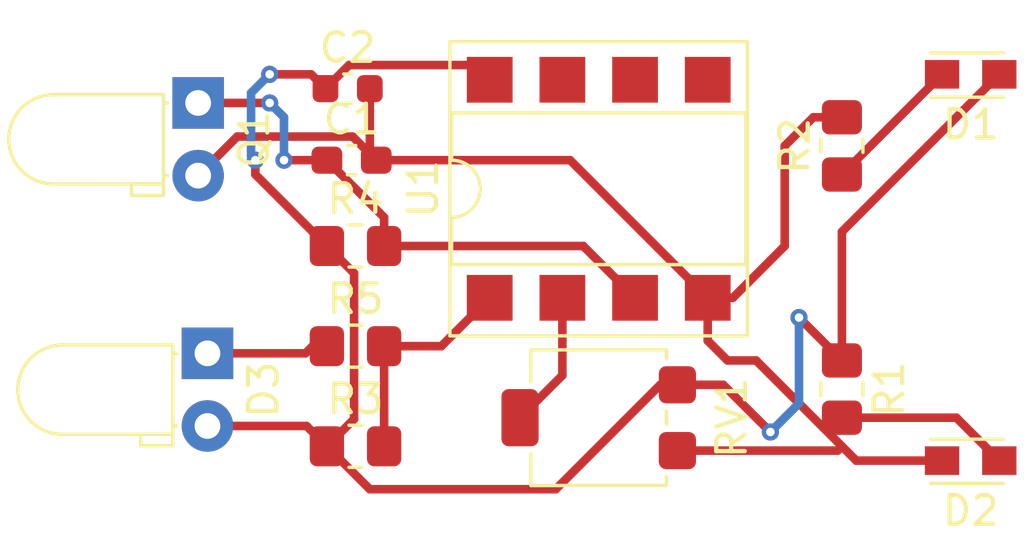
<source format=kicad_pcb>
(kicad_pcb (version 20240108) (generator "pcbnew") (generator_version "8.0")
  (layers (0 "F.Cu" signal) (31 "B.Cu" signal) (34 "B.Paste" user) (35 "F.Paste" user) (36 "B.SilkS" user "B.Silkscreen") (37 "F.SilkS" user "F.Silkscreen") (38 "B.Mask" user) (39 "F.Mask" user) (44 "Edge.Cuts" user))
  (net 0 "")
  (net 1 "Earth")
  (net 2 "VCC")
  (net 3 "Net-(D1-K)")
  (net 4 "Net-(D2-A)")
  (net 5 "Net-(D3-K)")
  (net 6 "Net-(R3-Pad2)")
  (net 7 "+N")
  (net 8 "-N")
  (footprint "Resistor_SMD:R_0805_2012Metric_Pad1.20x1.40mm_HandSolder" (layer "F.Cu") (at 126.5 92)
    (property "Reference" "R3" (at 0 -1.65 0) (layer "F.SilkS"))
    (property "Value" "10k")
    (fp_line (start -0.227064 -0.735) (end 0.227064 -0.735) (stroke (width 0.12)) (layer "F.SilkS"))
    (fp_line (start -0.227064 0.735) (end 0.227064 0.735) (stroke (width 0.12)) (layer "F.SilkS"))
    (pad "1" smd roundrect (at -1 0) (size 1.2 1.4) (layers "F.Cu" "F.Paste" "F.Mask") (roundrect_rratio 0.208333) (net 2 "VCC"))
    (pad "2" smd roundrect (at 1 0) (size 1.2 1.4) (layers "F.Cu" "F.Paste" "F.Mask") (roundrect_rratio 0.208333) (net 6 "Net-(R3-Pad2)"))
  )
  (footprint "LED_THT:LED_D3.0mm_Horizontal_O1.27mm_Z2.0mm_Clear" (layer "F.Cu") (at 121.325 88.75 -90)
    (property "Reference" "D3" (at 1.27 -1.96 90) (layer "F.SilkS"))
    (property "Value" "LED")
    (fp_line (start 2.83 2.33) (end 2.83 1.21) (stroke (width 0.12)) (layer "F.SilkS"))
    (fp_line (start 3.23 2.33) (end 2.83 2.33) (stroke (width 0.12)) (layer "F.SilkS"))
    (fp_line (start -0.29 1.21) (end -0.29 5.07) (stroke (width 0.12)) (layer "F.SilkS"))
    (fp_line (start -0.29 1.21) (end 2.83 1.21) (stroke (width 0.12)) (layer "F.SilkS"))
    (fp_line (start 0 1.21) (end 0 1.21) (stroke (width 0.12)) (layer "F.SilkS"))
    (fp_line (start 0 1.21) (end 0 1.08) (stroke (width 0.12)) (layer "F.SilkS"))
    (fp_line (start 2.54 1.21) (end 2.54 1.21) (stroke (width 0.12)) (layer "F.SilkS"))
    (fp_line (start 2.54 1.21) (end 2.54 1.08) (stroke (width 0.12)) (layer "F.SilkS"))
    (fp_line (start 2.83 1.21) (end 2.83 5.07) (stroke (width 0.12)) (layer "F.SilkS"))
    (fp_line (start 2.83 1.21) (end 3.23 1.21) (stroke (width 0.12)) (layer "F.SilkS"))
    (fp_line (start 3.23 1.21) (end 3.23 2.33) (stroke (width 0.12)) (layer "F.SilkS"))
    (fp_line (start 0 1.08) (end 0 1.21) (stroke (width 0.12)) (layer "F.SilkS"))
    (fp_line (start 0 1.08) (end 0 1.08) (stroke (width 0.12)) (layer "F.SilkS"))
    (fp_line (start 2.54 1.08) (end 2.54 1.21) (stroke (width 0.12)) (layer "F.SilkS"))
    (fp_line (start 2.54 1.08) (end 2.54 1.08) (stroke (width 0.12)) (layer "F.SilkS"))
    (fp_arc (start 2.83 5.07) (mid 1.27 6.63) (end -0.29 5.07) (stroke (width 0.12)) (layer "F.SilkS"))
    (pad "1" thru_hole rect (at 0 0 270) (size 1.8 1.8) (drill 0.9) (layers "*.Cu" "*.Mask") (net 5 "Net-(D3-K)"))
    (pad "2" thru_hole circle (at 2.54 0 270) (size 1.8 1.8) (drill 0.9) (layers "*.Cu" "*.Mask") (net 2 "VCC"))
  )
  (footprint "LED_SMD:LED_miniPLCC_2315_Handsoldering" (layer "F.Cu") (at 148 79)
    (property "Reference" "D1" (at 0 1.75 0) (layer "F.SilkS"))
    (property "Value" "LED")
    (fp_line (start -1.4 0.8) (end 1.15 0.8) (stroke (width 0.12)) (layer "F.SilkS"))
    (fp_line (start 1.15 -0.75) (end -1.4 -0.75) (stroke (width 0.12)) (layer "F.SilkS"))
    (pad "1" smd rect (at -1 0 180) (size 1.2 1) (layers "F.Cu" "F.Paste" "F.Mask") (net 3 "Net-(D1-K)"))
    (pad "2" smd rect (at 1 0 180) (size 1.2 1) (layers "F.Cu" "F.Paste" "F.Mask") (net 2 "VCC"))
  )
  (footprint "Resistor_SMD:R_0805_2012Metric_Pad1.20x1.40mm_HandSolder" (layer "F.Cu") (at 143.5 90 -90)
    (property "Reference" "R1" (at 0 -1.65 90) (layer "F.SilkS"))
    (property "Value" "100")
    (fp_line (start -0.227064 0.735) (end 0.227064 0.735) (stroke (width 0.12)) (layer "F.SilkS"))
    (fp_line (start -0.227064 -0.735) (end 0.227064 -0.735) (stroke (width 0.12)) (layer "F.SilkS"))
    (pad "1" smd roundrect (at -1 0 270) (size 1.2 1.4) (layers "F.Cu" "F.Paste" "F.Mask") (roundrect_rratio 0.208333) (net 2 "VCC"))
    (pad "2" smd roundrect (at 1 0 270) (size 1.2 1.4) (layers "F.Cu" "F.Paste" "F.Mask") (roundrect_rratio 0.208333) (net 4 "Net-(D2-A)"))
  )
  (footprint "Resistor_SMD:R_0805_2012Metric_Pad1.20x1.40mm_HandSolder" (layer "F.Cu") (at 126.5 88.5)
    (property "Reference" "R5" (at 0 -1.65 0) (layer "F.SilkS"))
    (property "Value" "1k")
    (fp_line (start -0.227064 -0.735) (end 0.227064 -0.735) (stroke (width 0.12)) (layer "F.SilkS"))
    (fp_line (start -0.227064 0.735) (end 0.227064 0.735) (stroke (width 0.12)) (layer "F.SilkS"))
    (pad "1" smd roundrect (at -1 0) (size 1.2 1.4) (layers "F.Cu" "F.Paste" "F.Mask") (roundrect_rratio 0.208333) (net 5 "Net-(D3-K)"))
    (pad "2" smd roundrect (at 1 0) (size 1.2 1.4) (layers "F.Cu" "F.Paste" "F.Mask") (roundrect_rratio 0.208333) (net 6 "Net-(R3-Pad2)"))
  )
  (footprint "Resistor_SMD:R_0805_2012Metric_Pad1.20x1.40mm_HandSolder" (layer "F.Cu") (at 143.5 81.5 90)
    (property "Reference" "R2" (at 0 -1.65 90) (layer "F.SilkS"))
    (property "Value" "1k")
    (fp_line (start -0.227064 -0.735) (end 0.227064 -0.735) (stroke (width 0.12)) (layer "F.SilkS"))
    (fp_line (start -0.227064 0.735) (end 0.227064 0.735) (stroke (width 0.12)) (layer "F.SilkS"))
    (pad "1" smd roundrect (at -1 0 90) (size 1.2 1.4) (layers "F.Cu" "F.Paste" "F.Mask") (roundrect_rratio 0.208333) (net 3 "Net-(D1-K)"))
    (pad "2" smd roundrect (at 1 0 90) (size 1.2 1.4) (layers "F.Cu" "F.Paste" "F.Mask") (roundrect_rratio 0.208333) (net 1 "Earth"))
  )
  (footprint "Potentiometer_SMD:Potentiometer_Bourns_3314G_Vertical" (layer "F.Cu") (at 135 91 -90)
    (property "Reference" "RV1" (at 0 -4.65 90) (layer "F.SilkS"))
    (property "Value" "R_Potentiometer")
    (fp_line (start -2.37 2.37) (end -1.26 2.37) (stroke (width 0.12)) (layer "F.SilkS"))
    (fp_line (start 1.26 2.37) (end 2.37 2.37) (stroke (width 0.12)) (layer "F.SilkS"))
    (fp_line (start -2.37 -2.37) (end -2.37 2.37) (stroke (width 0.12)) (layer "F.SilkS"))
    (fp_line (start -2.37 -2.37) (end -2.06 -2.37) (stroke (width 0.12)) (layer "F.SilkS"))
    (fp_line (start -0.24 -2.37) (end 0.24 -2.37) (stroke (width 0.12)) (layer "F.SilkS"))
    (fp_line (start 2.06 -2.37) (end 2.37 -2.37) (stroke (width 0.12)) (layer "F.SilkS"))
    (fp_line (start 2.37 -2.37) (end 2.37 2.37) (stroke (width 0.12)) (layer "F.SilkS"))
    (pad "1" smd roundrect (at -1.15 -2.75 270) (size 1.3 1.3) (layers "F.Cu" "F.Paste" "F.Mask") (roundrect_rratio 0.1923076923) (net 2 "VCC"))
    (pad "2" smd roundrect (at 0 2.75 270) (size 2 1.3) (layers "F.Cu" "F.Paste" "F.Mask") (roundrect_rratio 0.1923076923) (net 8 "-N"))
    (pad "3" smd roundrect (at 1.15 -2.75 270) (size 1.3 1.3) (layers "F.Cu" "F.Paste" "F.Mask") (roundrect_rratio 0.1923076923) (net 1 "Earth"))
  )
  (footprint "LED_THT:LED_D3.0mm_Horizontal_O1.27mm_Z2.0mm_IRBlack" (layer "F.Cu") (at 121 80 -90)
    (property "Reference" "Q1" (at 1.27 -1.96 90) (layer "F.SilkS"))
    (property "Value" "BPW40")
    (fp_line (start 2.83 2.33) (end 2.83 1.21) (stroke (width 0.12)) (layer "F.SilkS"))
    (fp_line (start 3.23 2.33) (end 2.83 2.33) (stroke (width 0.12)) (layer "F.SilkS"))
    (fp_line (start -0.29 1.21) (end -0.29 5.07) (stroke (width 0.12)) (layer "F.SilkS"))
    (fp_line (start -0.29 1.21) (end 2.83 1.21) (stroke (width 0.12)) (layer "F.SilkS"))
    (fp_line (start 0 1.21) (end 0 1.21) (stroke (width 0.12)) (layer "F.SilkS"))
    (fp_line (start 0 1.21) (end 0 1.08) (stroke (width 0.12)) (layer "F.SilkS"))
    (fp_line (start 2.54 1.21) (end 2.54 1.21) (stroke (width 0.12)) (layer "F.SilkS"))
    (fp_line (start 2.54 1.21) (end 2.54 1.08) (stroke (width 0.12)) (layer "F.SilkS"))
    (fp_line (start 2.83 1.21) (end 2.83 5.07) (stroke (width 0.12)) (layer "F.SilkS"))
    (fp_line (start 2.83 1.21) (end 3.23 1.21) (stroke (width 0.12)) (layer "F.SilkS"))
    (fp_line (start 3.23 1.21) (end 3.23 2.33) (stroke (width 0.12)) (layer "F.SilkS"))
    (fp_line (start 0 1.08) (end 0 1.21) (stroke (width 0.12)) (layer "F.SilkS"))
    (fp_line (start 0 1.08) (end 0 1.08) (stroke (width 0.12)) (layer "F.SilkS"))
    (fp_line (start 2.54 1.08) (end 2.54 1.21) (stroke (width 0.12)) (layer "F.SilkS"))
    (fp_line (start 2.54 1.08) (end 2.54 1.08) (stroke (width 0.12)) (layer "F.SilkS"))
    (fp_arc (start 2.83 5.07) (mid 1.27 6.63) (end -0.29 5.07) (stroke (width 0.12)) (layer "F.SilkS"))
    (pad "1" thru_hole rect (at 0 0 270) (size 1.8 1.8) (drill 0.9) (layers "*.Cu" "*.Mask") (net 7 "+N"))
    (pad "2" thru_hole circle (at 2.54 0 270) (size 1.8 1.8) (drill 0.9) (layers "*.Cu" "*.Mask") (net 1 "Earth"))
  )
  (footprint "Package_DIP:DIP-8_W7.62mm_SMDSocket_SmallPads" (layer "F.Cu") (at 135 83 90)
    (property "Reference" "U1" (at 0 -6.14 270) (layer "F.SilkS"))
    (property "Value" "LM393")
    (fp_line (start 5.14 -5.2) (end -5.14 -5.2) (stroke (width 0.12)) (layer "F.SilkS"))
    (fp_line (start -5.14 -5.2) (end -5.14 5.2) (stroke (width 0.12)) (layer "F.SilkS"))
    (fp_line (start 2.65 -5.14) (end 1 -5.14) (stroke (width 0.12)) (layer "F.SilkS"))
    (fp_line (start -1 -5.14) (end -2.65 -5.14) (stroke (width 0.12)) (layer "F.SilkS"))
    (fp_line (start -2.65 -5.14) (end -2.65 5.14) (stroke (width 0.12)) (layer "F.SilkS"))
    (fp_line (start 2.65 5.14) (end 2.65 -5.14) (stroke (width 0.12)) (layer "F.SilkS"))
    (fp_line (start -2.65 5.14) (end 2.65 5.14) (stroke (width 0.12)) (layer "F.SilkS"))
    (fp_line (start 5.14 5.2) (end 5.14 -5.2) (stroke (width 0.12)) (layer "F.SilkS"))
    (fp_line (start -5.14 5.2) (end 5.14 5.2) (stroke (width 0.12)) (layer "F.SilkS"))
    (fp_arc (start 1 -5.14) (mid 0 -4.14) (end -1 -5.14) (stroke (width 0.12)) (layer "F.SilkS"))
    (pad "1" smd rect (at -3.81 -3.81 90) (size 1.6 1.6) (layers "F.Cu" "F.Paste" "F.Mask") (net 6 "Net-(R3-Pad2)"))
    (pad "2" smd rect (at -3.81 -1.27 90) (size 1.6 1.6) (layers "F.Cu" "F.Paste" "F.Mask") (net 8 "-N"))
    (pad "3" smd rect (at -3.81 1.27 90) (size 1.6 1.6) (layers "F.Cu" "F.Paste" "F.Mask") (net 7 "+N"))
    (pad "4" smd rect (at -3.81 3.81 90) (size 1.6 1.6) (layers "F.Cu" "F.Paste" "F.Mask") (net 1 "Earth"))
    (pad "5" smd rect (at 3.81 3.81 90) (size 1.6 1.6) (layers "F.Cu" "F.Paste" "F.Mask"))
    (pad "6" smd rect (at 3.81 1.27 90) (size 1.6 1.6) (layers "F.Cu" "F.Paste" "F.Mask"))
    (pad "7" smd rect (at 3.81 -1.27 90) (size 1.6 1.6) (layers "F.Cu" "F.Paste" "F.Mask"))
    (pad "8" smd rect (at 3.81 -3.81 90) (size 1.6 1.6) (layers "F.Cu" "F.Paste" "F.Mask") (net 2 "VCC"))
  )
  (footprint "LED_SMD:LED_miniPLCC_2315_Handsoldering" (layer "F.Cu") (at 148 92.5)
    (property "Reference" "D2" (at 0 1.75 0) (layer "F.SilkS"))
    (property "Value" "LED")
    (fp_line (start -1.4 0.8) (end 1.15 0.8) (stroke (width 0.12)) (layer "F.SilkS"))
    (fp_line (start 1.15 -0.75) (end -1.4 -0.75) (stroke (width 0.12)) (layer "F.SilkS"))
    (pad "1" smd rect (at -1 0 180) (size 1.2 1) (layers "F.Cu" "F.Paste" "F.Mask") (net 1 "Earth"))
    (pad "2" smd rect (at 1 0 180) (size 1.2 1) (layers "F.Cu" "F.Paste" "F.Mask") (net 4 "Net-(D2-A)"))
  )
  (footprint "Resistor_SMD:R_0805_2012Metric_Pad1.20x1.40mm_HandSolder" (layer "F.Cu") (at 126.5 85)
    (property "Reference" "R4" (at 0 -1.65 0) (layer "F.SilkS"))
    (property "Value" "10k")
    (fp_line (start -0.227064 -0.735) (end 0.227064 -0.735) (stroke (width 0.12)) (layer "F.SilkS"))
    (fp_line (start -0.227064 0.735) (end 0.227064 0.735) (stroke (width 0.12)) (layer "F.SilkS"))
    (pad "1" smd roundrect (at -1 0) (size 1.2 1.4) (layers "F.Cu" "F.Paste" "F.Mask") (roundrect_rratio 0.208333) (net 2 "VCC"))
    (pad "2" smd roundrect (at 1 0) (size 1.2 1.4) (layers "F.Cu" "F.Paste" "F.Mask") (roundrect_rratio 0.208333) (net 7 "+N"))
  )
  (footprint "Capacitor_SMD:C_0603_1608Metric_Pad1.08x0.95mm_HandSolder" (layer "F.Cu") (at 126.3625 82)
    (property "Reference" "C1" (at 0 -1.43 0) (layer "F.SilkS"))
    (property "Value" "0.1u")
    (fp_line (start -0.146267 -0.51) (end 0.146267 -0.51) (stroke (width 0.12)) (layer "F.SilkS"))
    (fp_line (start -0.146267 0.51) (end 0.146267 0.51) (stroke (width 0.12)) (layer "F.SilkS"))
    (pad "1" smd roundrect (at -0.8625 0) (size 1.075 0.95) (layers "F.Cu" "F.Paste" "F.Mask") (net 7 "+N"))
    (pad "2" smd roundrect (at 0.8625 0) (size 1.075 0.95) (layers "F.Cu" "F.Paste" "F.Mask") (net 1 "Earth"))
  )
  (footprint "Capacitor_SMD:C_0603_1608Metric" (layer "F.Cu") (at 126.225 79.5)
    (property "Reference" "C2" (at 0 -1.43 0) (layer "F.SilkS"))
    (property "Value" "0.1u")
    (fp_line (start -0.14058 -0.51) (end 0.14058 -0.51) (stroke (width 0.12)) (layer "F.SilkS"))
    (fp_line (start -0.14058 0.51) (end 0.14058 0.51) (stroke (width 0.12)) (layer "F.SilkS"))
    (pad "1" smd roundrect (at -0.775 0) (size 0.9 0.95) (layers "F.Cu" "F.Paste" "F.Mask") (net 2 "VCC"))
    (pad "2" smd roundrect (at 0.775 0) (size 0.9 0.95) (layers "F.Cu" "F.Paste" "F.Mask") (net 1 "Earth"))
  )
  (segment (start 134 82) (end 127.225 82) (width 0.3) (layer "F.Cu") (net 1))
  (segment (start 140.5 89) (end 139.5 89) (width 0.3) (layer "F.Cu") (net 1))
  (segment (start 127 81.775) (end 127.225 82) (width 0.3) (layer "F.Cu") (net 1))
  (segment (start 143.5 80.5) (end 142.5 80.5) (width 0.3) (layer "F.Cu") (net 1))
  (segment (start 127 79.5) (end 127 81.775) (width 0.3) (layer "F.Cu") (net 1))
  (segment (start 126.4 81.175) (end 122.365 81.175) (width 0.3) (layer "F.Cu") (net 1))
  (segment (start 142.5 80.5) (end 141.5 81.5) (width 0.3) (layer "F.Cu") (net 1))
  (segment (start 127.225 82) (end 126.4 81.175) (width 0.3) (layer "F.Cu") (net 1))
  (segment (start 141.5 85) (end 139.69 86.81) (width 0.3) (layer "F.Cu") (net 1))
  (segment (start 137.75 92.15) (end 143.35 92.15) (width 0.3) (layer "F.Cu") (net 1))
  (segment (start 122.365 81.175) (end 121 82.54) (width 0.3) (layer "F.Cu") (net 1))
  (segment (start 141.5 81.5) (end 141.5 85) (width 0.3) (layer "F.Cu") (net 1))
  (segment (start 144 92.5) (end 143.5 92) (width 0.3) (layer "F.Cu") (net 1))
  (segment (start 147 92.5) (end 144 92.5) (width 0.3) (layer "F.Cu") (net 1))
  (segment (start 143.5 92) (end 140.5 89) (width 0.3) (layer "F.Cu") (net 1))
  (segment (start 143.35 92.15) (end 143.5 92) (width 0.3) (layer "F.Cu") (net 1))
  (segment (start 138.81 88.31) (end 138.81 86.81) (width 0.3) (layer "F.Cu") (net 1))
  (segment (start 139.5 89) (end 138.81 88.31) (width 0.3) (layer "F.Cu") (net 1))
  (segment (start 138.81 86.81) (end 134 82) (width 0.3) (layer "F.Cu") (net 1))
  (segment (start 139.69 86.81) (end 138.81 86.81) (width 0.3) (layer "F.Cu") (net 1))
  (segment (start 141 91.5) (end 139.35 89.85) (width 0.3) (layer "F.Cu") (net 2))
  (segment (start 133.5 93.5) (end 127 93.5) (width 0.3) (layer "F.Cu") (net 2))
  (segment (start 143.5 89) (end 143.5 84.5) (width 0.3) (layer "F.Cu") (net 2))
  (segment (start 126.45 85.95) (end 125.5 85) (width 0.3) (layer "F.Cu") (net 2))
  (segment (start 123 82.5) (end 123 82) (width 0.3) (layer "F.Cu") (net 2))
  (segment (start 137.15 89.85) (end 133.5 93.5) (width 0.3) (layer "F.Cu") (net 2))
  (segment (start 124.95 79) (end 125.45 79.5) (width 0.3) (layer "F.Cu") (net 2))
  (segment (start 125.5 85) (end 123 82.5) (width 0.3) (layer "F.Cu") (net 2))
  (segment (start 127 93.5) (end 125.5 92) (width 0.3) (layer "F.Cu") (net 2))
  (segment (start 125.45 79.5) (end 126.275 78.675) (width 0.3) (layer "F.Cu") (net 2))
  (segment (start 126.275 78.675) (end 130.675 78.675) (width 0.3) (layer "F.Cu") (net 2))
  (segment (start 125.5 92) (end 126.45 91.05) (width 0.3) (layer "F.Cu") (net 2))
  (segment (start 143.5 84.5) (end 149 79) (width 0.3) (layer "F.Cu") (net 2))
  (segment (start 130.675 78.675) (end 131.19 79.19) (width 0.3) (layer "F.Cu") (net 2))
  (segment (start 121.325 91.29) (end 124.79 91.29) (width 0.3) (layer "F.Cu") (net 2))
  (segment (start 126.45 91.05) (end 126.45 85.95) (width 0.3) (layer "F.Cu") (net 2))
  (segment (start 124.79 91.29) (end 125.5 92) (width 0.3) (layer "F.Cu") (net 2))
  (segment (start 143.5 89) (end 142 87.5) (width 0.3) (layer "F.Cu") (net 2))
  (segment (start 137.75 89.85) (end 137.15 89.85) (width 0.3) (layer "F.Cu") (net 2))
  (segment (start 139.35 89.85) (end 137.75 89.85) (width 0.3) (layer "F.Cu") (net 2))
  (segment (start 123.5 79) (end 124.95 79) (width 0.3) (layer "F.Cu") (net 2))
  (via (at 123.5 79) (size 0.6) (drill 0.3) (layers "F.Cu" "B.Cu") (net 2))
  (via (at 123 82) (size 0.6) (drill 0.3) (layers "F.Cu" "B.Cu") (net 2))
  (via (at 141 91.5) (size 0.6) (drill 0.3) (layers "F.Cu" "B.Cu") (net 2))
  (via (at 142 87.5) (size 0.6) (drill 0.3) (layers "F.Cu" "B.Cu") (net 2))
  (segment (start 123 82) (end 122.85 81.85) (width 0.3) (layer "B.Cu") (net 2))
  (segment (start 142 87.5) (end 142 90.5) (width 0.3) (layer "B.Cu") (net 2))
  (segment (start 122.85 79.65) (end 123.5 79) (width 0.3) (layer "B.Cu") (net 2))
  (segment (start 122.85 81.85) (end 122.85 79.65) (width 0.3) (layer "B.Cu") (net 2))
  (segment (start 142 90.5) (end 141 91.5) (width 0.3) (layer "B.Cu") (net 2))
  (segment (start 147 79) (end 143.5 82.5) (width 0.3) (layer "F.Cu") (net 3))
  (segment (start 147.5 91) (end 143.5 91) (width 0.3) (layer "F.Cu") (net 4))
  (segment (start 149 92.5) (end 147.5 91) (width 0.3) (layer "F.Cu") (net 4))
  (segment (start 124.75 88.75) (end 121.325 88.75) (width 0.3) (layer "F.Cu") (net 5))
  (segment (start 125 88.5) (end 124.75 88.75) (width 0.3) (layer "F.Cu") (net 5))
  (segment (start 125.5 88.5) (end 125 88.5) (width 0.3) (layer "F.Cu") (net 5))
  (segment (start 129.5 88.5) (end 131.19 86.81) (width 0.3) (layer "F.Cu") (net 6))
  (segment (start 127.5 88.5) (end 129.5 88.5) (width 0.3) (layer "F.Cu") (net 6))
  (segment (start 127.5 92) (end 127.5 88.5) (width 0.3) (layer "F.Cu") (net 6))
  (segment (start 123.5 80) (end 121 80) (width 0.3) (layer "F.Cu") (net 7))
  (segment (start 127.5 85) (end 127.5 84) (width 0.3) (layer "F.Cu") (net 7))
  (segment (start 134.46 85) (end 136.27 86.81) (width 0.3) (layer "F.Cu") (net 7))
  (segment (start 127.5 84) (end 125.5 82) (width 0.3) (layer "F.Cu") (net 7))
  (segment (start 127.5 85) (end 134.46 85) (width 0.3) (layer "F.Cu") (net 7))
  (segment (start 125.5 82) (end 124 82) (width 0.3) (layer "F.Cu") (net 7))
  (via (at 123.5 80) (size 0.6) (drill 0.3) (layers "F.Cu" "B.Cu") (net 7))
  (via (at 124 82) (size 0.6) (drill 0.3) (layers "F.Cu" "B.Cu") (net 7))
  (segment (start 124 80.5) (end 123.5 80) (width 0.3) (layer "B.Cu") (net 7))
  (segment (start 124 82) (end 124 80.5) (width 0.3) (layer "B.Cu") (net 7))
  (segment (start 133.73 89.52) (end 132.25 91) (width 0.3) (layer "F.Cu") (net 8))
  (segment (start 133.73 86.81) (end 133.73 89.52) (width 0.3) (layer "F.Cu") (net 8))
)
</source>
